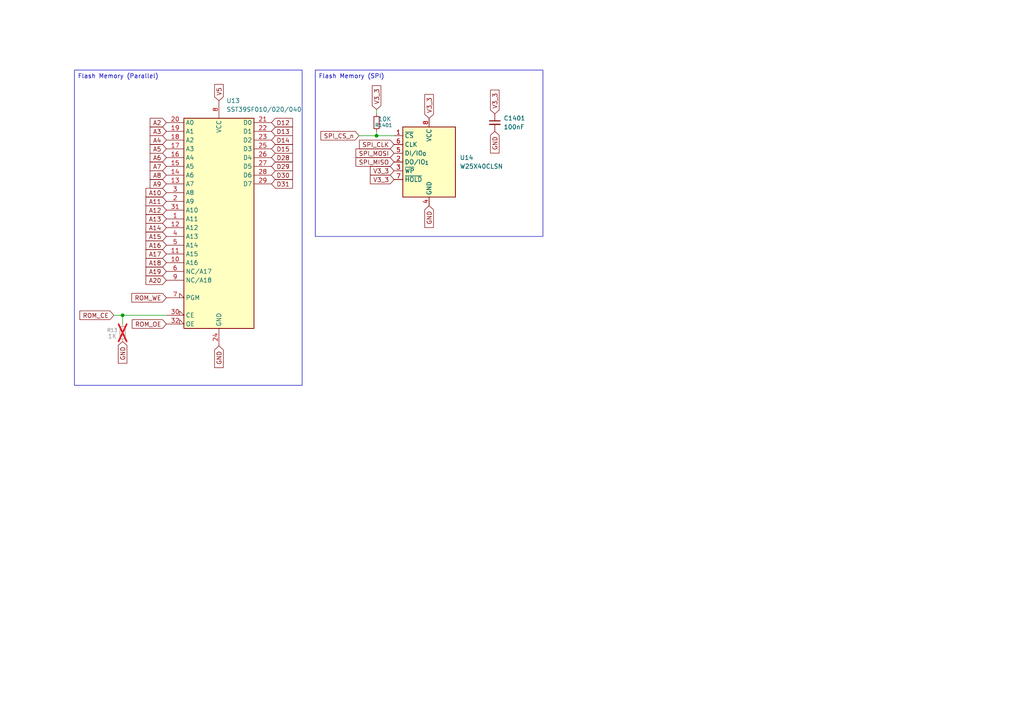
<source format=kicad_sch>
(kicad_sch (version 20250114) (generator "eeschema") (generator_version "9.0")
  (paper "A4")
  (title_block (title "A4092") (rev "PROTO0") (company "amiga.technology"))
  (lib_symbols
    (symbol "39SF010-TSOP:SST39SF010"
      (property "Reference" "U" (at 2.54 33.02 0))
      (property "Value" "SST39SF010/020/040" (at 0 -30.48 0))
      (symbol "SST39SF010_0_1"
        (rectangle (start -10.16 31.75) (end 10.16 -29.21) (stroke (width 0.254)) (fill (type background)))
      )
      (symbol "SST39SF010_1_1"
        (pin input line (at -15.24 30.48 0) (length 5.08) (name "A0") (number "20"))
        (pin input line (at -15.24 27.94 0) (length 5.08) (name "A1") (number "19"))
        (pin input line (at -15.24 25.4 0) (length 5.08) (name "A2") (number "18"))
        (pin input line (at -15.24 22.86 0) (length 5.08) (name "A3") (number "17"))
        (pin input line (at -15.24 20.32 0) (length 5.08) (name "A4") (number "16"))
        (pin input line (at -15.24 17.78 0) (length 5.08) (name "A5") (number "15"))
        (pin input line (at -15.24 15.24 0) (length 5.08) (name "A6") (number "14"))
        (pin input line (at -15.24 12.7 0) (length 5.08) (name "A7") (number "13"))
        (pin input line (at -15.24 10.16 0) (length 5.08) (name "A8") (number "3"))
        (pin input line (at -15.24 7.62 0) (length 5.08) (name "A9") (number "2"))
        (pin input line (at -15.24 5.08 0) (length 5.08) (name "A10") (number "31"))
        (pin input line (at -15.24 2.54 0) (length 5.08) (name "A11") (number "1"))
        (pin input line (at -15.24 0 0) (length 5.08) (name "A12") (number "12"))
        (pin input line (at -15.24 -2.54 0) (length 5.08) (name "A13") (number "4"))
        (pin input line (at -15.24 -5.08 0) (length 5.08) (name "A14") (number "5"))
        (pin input line (at -15.24 -7.62 0) (length 5.08) (name "A15") (number "11"))
        (pin input line (at -15.24 -10.16 0) (length 5.08) (name "A16") (number "10"))
        (pin input line (at -15.24 -12.7 0) (length 5.08) (name "NC/A17") (number "6"))
        (pin input line (at -15.24 -15.24 0) (length 5.08) (name "NC/A18") (number "9"))
        (pin input input_low (at -15.24 -20.32 0) (length 5.08) (name "PGM") (number "7"))
        (pin input input_low (at -15.24 -25.4 0) (length 5.08) (name "CE") (number "30"))
        (pin input input_low (at -15.24 -27.94 0) (length 5.08) (name "OE") (number "32"))
        (pin power_in line (at 0 36.83 270) (length 5.08) (name "VCC") (number "8"))
        (pin power_in line (at 0 -34.29 90) (length 5.08) (name "GND") (number "24"))
        (pin tri_state line (at 15.24 30.48 180) (length 5.08) (name "D0") (number "21"))
        (pin tri_state line (at 15.24 27.94 180) (length 5.08) (name "D1") (number "22"))
        (pin tri_state line (at 15.24 25.4 180) (length 5.08) (name "D2") (number "23"))
        (pin tri_state line (at 15.24 22.86 180) (length 5.08) (name "D3") (number "25"))
        (pin tri_state line (at 15.24 20.32 180) (length 5.08) (name "D4") (number "26"))
        (pin tri_state line (at 15.24 17.78 180) (length 5.08) (name "D5") (number "27"))
        (pin tri_state line (at 15.24 15.24 180) (length 5.08) (name "D6") (number "28"))
        (pin tri_state line (at 15.24 12.7 180) (length 5.08) (name "D7") (number "29"))
      )
    )
    (symbol "Device:C_Small" (pin_numbers (hide yes)) (pin_names (offset 0.254) (hide yes))
      (property "Reference" "C" (at 0.254 1.778 0))
      (property "Value" "C_Small" (at 0.254 -2.032 0))
      (symbol "C_Small_0_1"
        (polyline (pts (xy -1.524 0.508) (xy 1.524 0.508)) (stroke (width 0.3048)))
        (polyline (pts (xy -1.524 -0.508) (xy 1.524 -0.508)) (stroke (width 0.3302)))
      )
      (symbol "C_Small_1_1"
        (pin passive line (at 0 2.54 270) (length 2.032) (name "~") (number "1"))
        (pin passive line (at 0 -2.54 90) (length 2.032) (name "~") (number "2"))
      )
    )
    (symbol "Memory_Flash:W25X40CLSN"
      (property "Reference" "U" (at -7.62 10.668 0))
      (property "Value" "W25X40CLSN" (at 2.54 10.668 0))
      (symbol "W25X40CLSN_0_1"
        (rectangle (start -7.62 10.16) (end 7.62 -10.16) (stroke (width 0.254)) (fill (type background)))
      )
      (symbol "W25X40CLSN_1_1"
        (pin input line (at -10.16 7.62 0) (length 2.54) (name "~{CS}") (number "1"))
        (pin input line (at -10.16 5.08 0) (length 2.54) (name "CLK") (number "6"))
        (pin bidirectional line (at -10.16 2.54 0) (length 2.54) (name "DI/IO_{0}") (number "5"))
        (pin bidirectional line (at -10.16 0 0) (length 2.54) (name "DO/IO_{1}") (number "2"))
        (pin bidirectional line (at -10.16 -2.54 0) (length 2.54) (name "~{WP}") (number "3"))
        (pin bidirectional line (at -10.16 -5.08 0) (length 2.54) (name "~{HOLD}") (number "7"))
        (pin power_in line (at 0 12.7 270) (length 2.54) (name "VCC") (number "8"))
        (pin power_in line (at 0 -12.7 90) (length 2.54) (name "GND") (number "4"))
      )
    )
    (symbol "R_Small_1" (pin_numbers (hide yes)) (pin_names (offset 0.254) (hide yes))
      (property "Reference" "R" (at 0 0 90))
      (property "Value" "R_Small" (at 1.778 0 90))
      (symbol "R_Small_1_0_1"
        (rectangle (start -0.762 1.778) (end 0.762 -1.778) (stroke (width 0.2032)))
      )
      (symbol "R_Small_1_1_1"
        (pin passive line (at 0 2.54 270) (length 0.762) (name "~") (number "1"))
        (pin passive line (at 0 -2.54 90) (length 0.762) (name "~") (number "2"))
      )
    )
  )
  (text_box "Flash Memory (SPI)" (at 91.44 20.32 0) (size 66.04 48.26) (margins 0.9525 0.9525 0.9525 0.9525) (effects (font (size 1.27 1.27)) (justify left top)))
  (text_box "Flash Memory (Parallel)" (at 21.59 20.32 0) (size 66.04 91.44) (margins 0.9525 0.9525 0.9525 0.9525) (effects (font (size 1.27 1.27)) (justify left top)))
  (junction (at 35.56 91.44))
  (junction (at 109.22 39.37))
  (wire (pts (xy 35.56 91.44) (xy 48.26 91.44)))
  (wire (pts (xy 33.02 91.44) (xy 35.56 91.44)))
  (wire (pts (xy 35.56 93.98) (xy 35.56 91.44)))
  (wire (pts (xy 109.22 38.1) (xy 109.22 39.37)))
  (wire (pts (xy 104.14 39.37) (xy 109.22 39.37)))
  (wire (pts (xy 109.22 39.37) (xy 114.3 39.37)))
  (wire (pts (xy 109.22 31.75) (xy 109.22 33.02)))
  (global_label "GND" (shape input) (at 124.46 59.69 270) (property "Intersheetrefs" "${INTERSHEET_REFS}" (effects (hide yes))))
  (global_label "D12" (shape input) (at 78.74 35.56 0) (property "Intersheetrefs" "${INTERSHEET_REFS}" (effects (hide yes))))
  (global_label "D14" (shape input) (at 78.74 40.64 0) (property "Intersheetrefs" "${INTERSHEET_REFS}" (effects (hide yes))))
  (global_label "A6" (shape input) (at 48.26 45.72 180) (property "Intersheetrefs" "${INTERSHEET_REFS}" (effects (hide yes))))
  (global_label "SPI_MOSI" (shape input) (at 114.3 44.45 180) (property "Intersheetrefs" "${INTERSHEET_REFS}" (effects (hide yes))))
  (global_label "GND" (shape input) (at 143.51 38.1 270) (property "Intersheetrefs" "${INTERSHEET_REFS}" (effects (hide yes))))
  (global_label "SPI_CLK" (shape input) (at 114.3 41.91 180) (property "Intersheetrefs" "${INTERSHEET_REFS}" (effects (hide yes))))
  (global_label "A4" (shape input) (at 48.26 40.64 180) (property "Intersheetrefs" "${INTERSHEET_REFS}" (effects (hide yes))))
  (global_label "D28" (shape input) (at 78.74 45.72 0) (property "Intersheetrefs" "${INTERSHEET_REFS}" (effects (hide yes))))
  (global_label "GND" (shape input) (at 63.5 100.33 270) (property "Intersheetrefs" "${INTERSHEET_REFS}" (effects (hide yes))))
  (global_label "D13" (shape input) (at 78.74 38.1 0) (property "Intersheetrefs" "${INTERSHEET_REFS}" (effects (hide yes))))
  (global_label "D29" (shape input) (at 78.74 48.26 0) (property "Intersheetrefs" "${INTERSHEET_REFS}" (effects (hide yes))))
  (global_label "D31" (shape input) (at 78.74 53.34 0) (property "Intersheetrefs" "${INTERSHEET_REFS}" (effects (hide yes))))
  (global_label "A9" (shape input) (at 48.26 53.34 180) (property "Intersheetrefs" "${INTERSHEET_REFS}" (effects (hide yes))))
  (global_label "D15" (shape input) (at 78.74 43.18 0) (property "Intersheetrefs" "${INTERSHEET_REFS}" (effects (hide yes))))
  (global_label "ROM_WE" (shape input) (at 48.26 86.36 180) (property "Intersheetrefs" "${INTERSHEET_REFS}" (effects (hide yes))))
  (global_label "A8" (shape input) (at 48.26 50.8 180) (property "Intersheetrefs" "${INTERSHEET_REFS}" (effects (hide yes))))
  (global_label "A2" (shape input) (at 48.26 35.56 180) (property "Intersheetrefs" "${INTERSHEET_REFS}" (effects (hide yes))))
  (global_label "SPI_CS_n" (shape input) (at 104.14 39.37 180) (property "Intersheetrefs" "${INTERSHEET_REFS}" (effects (hide yes))))
  (global_label "A13" (shape input) (at 48.26 63.5 180) (property "Intersheetrefs" "${INTERSHEET_REFS}" (effects (hide yes))))
  (global_label "A5" (shape input) (at 48.26 43.18 180) (property "Intersheetrefs" "${INTERSHEET_REFS}" (effects (hide yes))))
  (global_label "SPI_MISO" (shape input) (at 114.3 46.99 180) (property "Intersheetrefs" "${INTERSHEET_REFS}" (effects (hide yes))))
  (global_label "A16" (shape input) (at 48.26 71.12 180) (property "Intersheetrefs" "${INTERSHEET_REFS}" (effects (hide yes))))
  (global_label "V3_3" (shape input) (at 114.3 52.07 180) (property "Intersheetrefs" "${INTERSHEET_REFS}" (effects (hide yes))))
  (global_label "A20" (shape input) (at 48.26 81.28 180) (property "Intersheetrefs" "${INTERSHEET_REFS}" (effects (hide yes))))
  (global_label "V3_3" (shape input) (at 143.51 33.02 90) (property "Intersheetrefs" "${INTERSHEET_REFS}" (effects (hide yes))))
  (global_label "A10" (shape input) (at 48.26 55.88 180) (property "Intersheetrefs" "${INTERSHEET_REFS}" (effects (hide yes))))
  (global_label "V3_3" (shape input) (at 109.22 31.75 90) (property "Intersheetrefs" "${INTERSHEET_REFS}" (effects (hide yes))))
  (global_label "A11" (shape input) (at 48.26 58.42 180) (property "Intersheetrefs" "${INTERSHEET_REFS}" (effects (hide yes))))
  (global_label "A17" (shape input) (at 48.26 73.66 180) (property "Intersheetrefs" "${INTERSHEET_REFS}" (effects (hide yes))))
  (global_label "ROM_OE" (shape input) (at 48.26 93.98 180) (property "Intersheetrefs" "${INTERSHEET_REFS}" (effects (hide yes))))
  (global_label "D30" (shape input) (at 78.74 50.8 0) (property "Intersheetrefs" "${INTERSHEET_REFS}" (effects (hide yes))))
  (global_label "A3" (shape input) (at 48.26 38.1 180) (property "Intersheetrefs" "${INTERSHEET_REFS}" (effects (hide yes))))
  (global_label "A7" (shape input) (at 48.26 48.26 180) (property "Intersheetrefs" "${INTERSHEET_REFS}" (effects (hide yes))))
  (global_label "ROM_CE" (shape input) (at 33.02 91.44 180) (property "Intersheetrefs" "${INTERSHEET_REFS}" (effects (hide yes))))
  (global_label "A18" (shape input) (at 48.26 76.2 180) (property "Intersheetrefs" "${INTERSHEET_REFS}" (effects (hide yes))))
  (global_label "V3_3" (shape input) (at 114.3 49.53 180) (property "Intersheetrefs" "${INTERSHEET_REFS}" (effects (hide yes))))
  (global_label "GND" (shape input) (at 35.56 99.06 270) (property "Intersheetrefs" "${INTERSHEET_REFS}" (effects (hide yes))))
  (global_label "A15" (shape input) (at 48.26 68.58 180) (property "Intersheetrefs" "${INTERSHEET_REFS}" (effects (hide yes))))
  (global_label "V5" (shape input) (at 63.5 29.21 90) (property "Intersheetrefs" "${INTERSHEET_REFS}" (effects (hide yes))))
  (global_label "A19" (shape input) (at 48.26 78.74 180) (property "Intersheetrefs" "${INTERSHEET_REFS}" (effects (hide yes))))
  (global_label "A14" (shape input) (at 48.26 66.04 180) (property "Intersheetrefs" "${INTERSHEET_REFS}" (effects (hide yes))))
  (global_label "V3_3" (shape input) (at 124.46 34.29 90) (property "Intersheetrefs" "${INTERSHEET_REFS}" (effects (hide yes))))
  (global_label "A12" (shape input) (at 48.26 60.96 180) (property "Intersheetrefs" "${INTERSHEET_REFS}" (effects (hide yes))))
  (symbol (lib_id "39SF010-TSOP:SST39SF010") (at 63.5 66.04 0) (unit 1)
    (property "Reference" "U13" (at 65.6433 29.21 0) (effects (justify left)))
    (property "Value" "SST39SF010/020/040" (at 65.6433 31.75 0) (effects (justify left)))
    (property "Footprint" "Package_SO:TSOP-I-32_11.8x8mm_P0.5mm" (effects (hide yes)))
    (property "Datasheet" "https://ww1.microchip.com/downloads/aemDocuments/documents/MPD/ProductDocuments/DataSheets/SST39SF010A-SST39SF020A-SST39SF040-Data-Sheet-DS20005022.pdf" (effects (hide yes)))
    (property "Description" "Silicon Storage Technology (SSF) 128k x 8 Flash ROM" (effects (hide yes)))
    (property "LCSC Part #" "C72450" (effects (hide yes)))
    (property "FT Rotation Offset" "270" (effects (hide yes)))
  )
  (symbol (lib_id "Memory_Flash:W25X40CLSN") (at 124.46 46.99 0) (unit 1)
    (property "Reference" "U14" (at 133.35 45.7199 0) (effects (justify left)))
    (property "Value" "W25X40CLSN" (at 133.35 48.2599 0) (effects (justify left)))
    (property "Footprint" "Package_SO:SOIC-8_3.9x4.9mm_P1.27mm" (effects (hide yes)))
    (property "Datasheet" "https://www.winbond.com/resource-files/W25X40CL_G%2020210505.pdf" (effects (hide yes)))
    (property "Description" "4Mbit / 512KiB Serial Flash memory, Standard/Dual I/O SPI, 2.3-3.6V, SOIC-8 (150 mil)" (effects (hide yes)))
    (property "LCSC Part #" "C19617" (effects (hide yes)))
  )
  (symbol (lib_id "Device:C_Small") (at 143.51 35.56 0) (unit 1)
    (property "Reference" "C1401" (at 146.05 34.2962 0) (effects (justify left)))
    (property "Value" "100nF" (at 146.05 36.8362 0) (effects (justify left)))
    (property "Footprint" "Capacitor_SMD:C_0603_1608Metric_Pad1.08x0.95mm_HandSolder" (effects (hide yes)))
    (property "Description" "Unpolarized capacitor, small symbol" (effects (hide yes)))
    (property "LCSC Part #" "C14663" (effects (hide yes)))
  )
  (symbol (lib_name "R_Small_1") (lib_id "Device:R_Small") (at 109.22 35.56 180) (unit 1)
    (property "Reference" "R1401" (at 113.792 36.322 0) (effects (font (size 1.016 1.016)) (justify left)))
    (property "Value" "10K" (at 113.538 34.544 0) (effects (justify left)))
    (property "Footprint" "Resistor_SMD:R_0603_1608Metric_Pad0.98x0.95mm_HandSolder" (effects (hide yes)))
    (property "Description" "Resistor, small symbol" (effects (hide yes)))
    (property "LCSC Part #" "C25804" (effects (hide yes)))
  )
  (symbol (lib_name "R_Small_1") (lib_id "Device:R_Small") (at 35.56 96.52 0) (unit 1) (dnp yes)
    (property "Reference" "R13" (at 30.988 95.758 0) (effects (font (size 1.016 1.016)) (justify left)))
    (property "Value" "1K" (at 31.242 97.536 0) (effects (justify left)))
    (property "Footprint" "Resistor_SMD:R_0603_1608Metric_Pad0.98x0.95mm_HandSolder" (effects (hide yes)))
    (property "Description" "Resistor, small symbol" (effects (hide yes)))
    (property "LCSC Part #" "C22548" (effects (hide yes)))
  )
)
</source>
